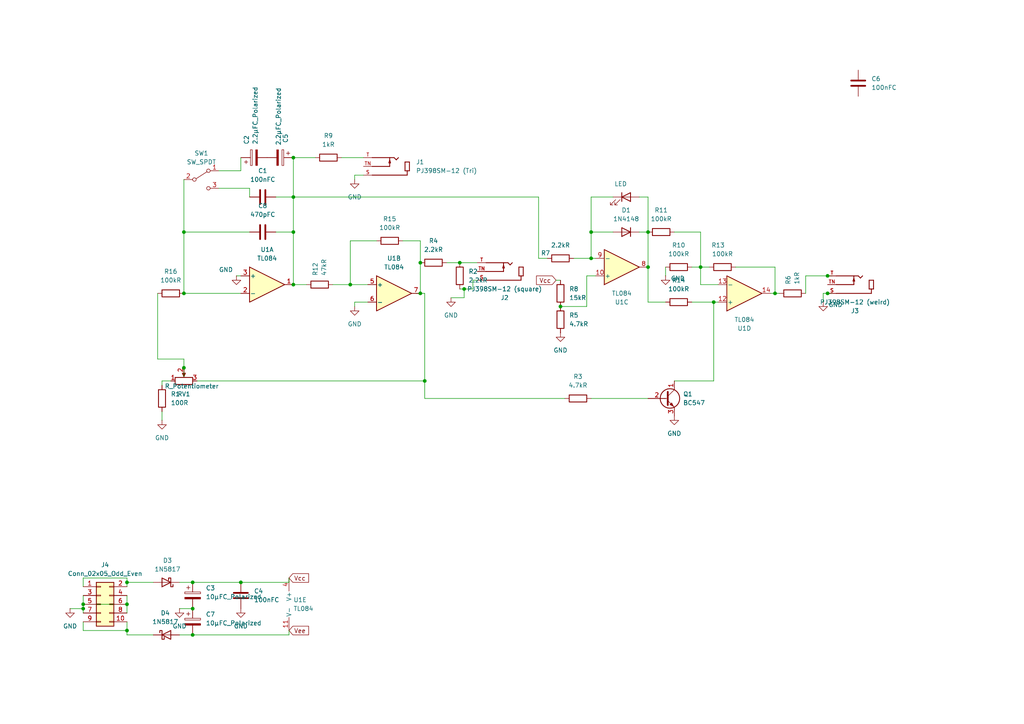
<source format=kicad_sch>
(kicad_sch (version 20250114) (generator "eeschema") (generator_version "9.0")
  (paper "A4")
  (lib_symbols
    (symbol "Amplifier_Operational:TL084" (pin_names (offset 0.127))
      (property "Reference" "U" (at 0 5.08 0))
      (property "Value" "TL084" (at 0 -5.08 0))
      (symbol "TL084_1_1"
        (polyline (pts (xy -5.08 5.08) (xy 5.08 0) (xy -5.08 -5.08) (xy -5.08 5.08)) (stroke (width 0.254)) (fill (type background)))
        (pin input line (at -7.62 2.54 0) (length 2.54) (name "+") (number "3"))
        (pin input line (at -7.62 -2.54 0) (length 2.54) (name "-") (number "2"))
        (pin output line (at 7.62 0 180) (length 2.54) (name "~") (number "1"))
      )
      (symbol "TL084_2_1"
        (polyline (pts (xy -5.08 5.08) (xy 5.08 0) (xy -5.08 -5.08) (xy -5.08 5.08)) (stroke (width 0.254)) (fill (type background)))
        (pin input line (at -7.62 2.54 0) (length 2.54) (name "+") (number "5"))
        (pin input line (at -7.62 -2.54 0) (length 2.54) (name "-") (number "6"))
        (pin output line (at 7.62 0 180) (length 2.54) (name "~") (number "7"))
      )
      (symbol "TL084_3_1"
        (polyline (pts (xy -5.08 5.08) (xy 5.08 0) (xy -5.08 -5.08) (xy -5.08 5.08)) (stroke (width 0.254)) (fill (type background)))
        (pin input line (at -7.62 2.54 0) (length 2.54) (name "+") (number "10"))
        (pin input line (at -7.62 -2.54 0) (length 2.54) (name "-") (number "9"))
        (pin output line (at 7.62 0 180) (length 2.54) (name "~") (number "8"))
      )
      (symbol "TL084_4_1"
        (polyline (pts (xy -5.08 5.08) (xy 5.08 0) (xy -5.08 -5.08) (xy -5.08 5.08)) (stroke (width 0.254)) (fill (type background)))
        (pin input line (at -7.62 2.54 0) (length 2.54) (name "+") (number "12"))
        (pin input line (at -7.62 -2.54 0) (length 2.54) (name "-") (number "13"))
        (pin output line (at 7.62 0 180) (length 2.54) (name "~") (number "14"))
      )
      (symbol "TL084_5_1"
        (pin power_in line (at -2.54 7.62 270) (length 3.81) (name "V+") (number "4"))
        (pin power_in line (at -2.54 -7.62 90) (length 3.81) (name "V-") (number "11"))
      )
    )
    (symbol "Connector_Generic:Conn_02x05_Odd_Even" (pin_names (offset 1.016) (hide yes))
      (property "Reference" "J" (at 1.27 7.62 0))
      (property "Value" "Conn_02x05_Odd_Even" (at 1.27 -7.62 0))
      (symbol "Conn_02x05_Odd_Even_1_1"
        (rectangle (start -1.27 6.35) (end 3.81 -6.35) (stroke (width 0.254)) (fill (type background)))
        (rectangle (start -1.27 5.207) (end 0 4.953) (stroke (width 0.1524)))
        (rectangle (start -1.27 2.667) (end 0 2.413) (stroke (width 0.1524)))
        (rectangle (start -1.27 0.127) (end 0 -0.127) (stroke (width 0.1524)))
        (rectangle (start -1.27 -2.413) (end 0 -2.667) (stroke (width 0.1524)))
        (rectangle (start -1.27 -4.953) (end 0 -5.207) (stroke (width 0.1524)))
        (rectangle (start 3.81 5.207) (end 2.54 4.953) (stroke (width 0.1524)))
        (rectangle (start 3.81 2.667) (end 2.54 2.413) (stroke (width 0.1524)))
        (rectangle (start 3.81 0.127) (end 2.54 -0.127) (stroke (width 0.1524)))
        (rectangle (start 3.81 -2.413) (end 2.54 -2.667) (stroke (width 0.1524)))
        (rectangle (start 3.81 -4.953) (end 2.54 -5.207) (stroke (width 0.1524)))
        (pin passive line (at -5.08 5.08 0) (length 3.81) (name "Pin_1") (number "1"))
        (pin passive line (at -5.08 2.54 0) (length 3.81) (name "Pin_3") (number "3"))
        (pin passive line (at -5.08 0 0) (length 3.81) (name "Pin_5") (number "5"))
        (pin passive line (at -5.08 -2.54 0) (length 3.81) (name "Pin_7") (number "7"))
        (pin passive line (at -5.08 -5.08 0) (length 3.81) (name "Pin_9") (number "9"))
        (pin passive line (at 7.62 5.08 180) (length 3.81) (name "Pin_2") (number "2"))
        (pin passive line (at 7.62 2.54 180) (length 3.81) (name "Pin_4") (number "4"))
        (pin passive line (at 7.62 0 180) (length 3.81) (name "Pin_6") (number "6"))
        (pin passive line (at 7.62 -2.54 180) (length 3.81) (name "Pin_8") (number "8"))
        (pin passive line (at 7.62 -5.08 180) (length 3.81) (name "Pin_10") (number "10"))
      )
    )
    (symbol "Device:C" (pin_numbers (hide yes)) (pin_names (offset 0.254))
      (property "Reference" "C" (at 0.635 2.54 0))
      (property "Value" "C" (at 0.635 -2.54 0))
      (symbol "C_0_1"
        (polyline (pts (xy -2.032 0.762) (xy 2.032 0.762)) (stroke (width 0.508)))
        (polyline (pts (xy -2.032 -0.762) (xy 2.032 -0.762)) (stroke (width 0.508)))
      )
      (symbol "C_1_1"
        (pin passive line (at 0 3.81 270) (length 2.794) (name "~") (number "1"))
        (pin passive line (at 0 -3.81 90) (length 2.794) (name "~") (number "2"))
      )
    )
    (symbol "Device:C_Polarized" (pin_numbers (hide yes)) (pin_names (offset 0.254))
      (property "Reference" "C" (at 0.635 2.54 0))
      (property "Value" "C_Polarized" (at 0.635 -2.54 0))
      (symbol "C_Polarized_0_1"
        (rectangle (start -2.286 0.508) (end 2.286 1.016))
        (polyline (pts (xy -1.778 2.286) (xy -0.762 2.286)))
        (polyline (pts (xy -1.27 2.794) (xy -1.27 1.778)))
        (rectangle (start 2.286 -0.508) (end -2.286 -1.016) (fill (type outline)))
      )
      (symbol "C_Polarized_1_1"
        (pin passive line (at 0 3.81 270) (length 2.794) (name "~") (number "1"))
        (pin passive line (at 0 -3.81 90) (length 2.794) (name "~") (number "2"))
      )
    )
    (symbol "Device:LED" (pin_numbers (hide yes)) (pin_names (offset 1.016) (hide yes))
      (property "Reference" "D" (at 0 2.54 0))
      (property "Value" "LED" (at 0 -2.54 0))
      (symbol "LED_0_1"
        (polyline (pts (xy -3.048 -0.762) (xy -4.572 -2.286) (xy -3.81 -2.286) (xy -4.572 -2.286) (xy -4.572 -1.524)))
        (polyline (pts (xy -1.778 -0.762) (xy -3.302 -2.286) (xy -2.54 -2.286) (xy -3.302 -2.286) (xy -3.302 -1.524)))
        (polyline (pts (xy -1.27 0) (xy 1.27 0)))
        (polyline (pts (xy -1.27 -1.27) (xy -1.27 1.27)) (stroke (width 0.254)))
        (polyline (pts (xy 1.27 -1.27) (xy 1.27 1.27) (xy -1.27 0) (xy 1.27 -1.27)) (stroke (width 0.254)))
      )
      (symbol "LED_1_1"
        (pin passive line (at -3.81 0 0) (length 2.54) (name "K") (number "1"))
        (pin passive line (at 3.81 0 180) (length 2.54) (name "A") (number "2"))
      )
    )
    (symbol "Device:R" (pin_numbers (hide yes)) (pin_names (offset 0))
      (property "Reference" "R" (at 2.032 0 90))
      (property "Value" "R" (at 0 0 90))
      (symbol "R_0_1"
        (rectangle (start -1.016 -2.54) (end 1.016 2.54) (stroke (width 0.254)))
      )
      (symbol "R_1_1"
        (pin passive line (at 0 3.81 270) (length 1.27) (name "~") (number "1"))
        (pin passive line (at 0 -3.81 90) (length 1.27) (name "~") (number "2"))
      )
    )
    (symbol "Device:R_Potentiometer" (pin_names (offset 1.016) (hide yes))
      (property "Reference" "RV" (at -4.445 0 90))
      (property "Value" "R_Potentiometer" (at -2.54 0 90))
      (symbol "R_Potentiometer_0_1"
        (rectangle (start 1.016 2.54) (end -1.016 -2.54) (stroke (width 0.254)))
        (polyline (pts (xy 1.143 0) (xy 2.286 0.508) (xy 2.286 -0.508) (xy 1.143 0)) (fill (type outline)))
        (polyline (pts (xy 2.54 0) (xy 1.524 0)))
      )
      (symbol "R_Potentiometer_1_1"
        (pin passive line (at 0 3.81 270) (length 1.27) (name "1") (number "1"))
        (pin passive line (at 0 -3.81 90) (length 1.27) (name "3") (number "3"))
        (pin passive line (at 3.81 0 180) (length 1.27) (name "2") (number "2"))
      )
    )
    (symbol "Diode:1N4148" (pin_numbers (hide yes)) (pin_names (hide yes))
      (property "Reference" "D" (at 0 2.54 0))
      (property "Value" "1N4148" (at 0 -2.54 0))
      (symbol "1N4148_0_1"
        (polyline (pts (xy -1.27 1.27) (xy -1.27 -1.27)) (stroke (width 0.254)))
        (polyline (pts (xy 1.27 1.27) (xy 1.27 -1.27) (xy -1.27 0) (xy 1.27 1.27)) (stroke (width 0.254)))
        (polyline (pts (xy 1.27 0) (xy -1.27 0)))
      )
      (symbol "1N4148_1_1"
        (pin passive line (at -3.81 0 0) (length 2.54) (name "K") (number "1"))
        (pin passive line (at 3.81 0 180) (length 2.54) (name "A") (number "2"))
      )
    )
    (symbol "Diode:1N5817" (pin_numbers (hide yes)) (pin_names (offset 1.016) (hide yes))
      (property "Reference" "D" (at 0 2.54 0))
      (property "Value" "1N5817" (at 0 -2.54 0))
      (symbol "1N5817_0_1"
        (polyline (pts (xy -1.905 0.635) (xy -1.905 1.27) (xy -1.27 1.27) (xy -1.27 -1.27) (xy -0.635 -1.27) (xy -0.635 -0.635)) (stroke (width 0.254)))
        (polyline (pts (xy 1.27 1.27) (xy 1.27 -1.27) (xy -1.27 0) (xy 1.27 1.27)) (stroke (width 0.254)))
        (polyline (pts (xy 1.27 0) (xy -1.27 0)))
      )
      (symbol "1N5817_1_1"
        (pin passive line (at -3.81 0 0) (length 2.54) (name "K") (number "1"))
        (pin passive line (at 3.81 0 180) (length 2.54) (name "A") (number "2"))
      )
    )
    (symbol "PJ398SM-12_1" (pin_names (offset 1.016) (hide yes))
      (property "Reference" "J1" (at -7.62 -3.8101 0))
      (property "Value" "PJ398SM-12 (Tri)" (at -7.62 -1.2701 0))
      (symbol "PJ398SM-12_1_0_0"
        (polyline (pts (xy -5.715 -1.27) (xy -5.08 -1.27)) (stroke (width 0.254)))
        (polyline (pts (xy -5.715 -3.81) (xy -5.715 -1.27)) (stroke (width 0.254)))
        (polyline (pts (xy -5.08 0) (xy -5.08 -1.27)) (stroke (width 0.254)))
        (polyline (pts (xy -5.08 -1.27) (xy -4.445 -1.27)) (stroke (width 0.254)))
        (polyline (pts (xy -4.445 -1.27) (xy -4.445 -3.81)) (stroke (width 0.254)))
        (polyline (pts (xy -4.445 -3.81) (xy -5.715 -3.81)) (stroke (width 0.254)))
        (polyline (pts (xy -1.905 -4.445) (xy -2.54 -5.08)) (stroke (width 0.254)))
        (polyline (pts (xy -1.27 -5.08) (xy -1.905 -4.445)) (stroke (width 0.254)))
        (polyline (pts (xy 0 -2.54) (xy 0 -5.08)) (stroke (width 0.254)))
        (polyline (pts (xy 0 -2.54) (xy 5.08 -2.54)) (stroke (width 0.254)))
        (polyline (pts (xy 0 -4.318) (xy 0.254 -3.556) (xy -0.254 -3.556) (xy 0 -4.318)) (stroke (width 0.254)) (fill (type background)))
        (polyline (pts (xy 5.08 0) (xy -5.08 0)) (stroke (width 0.254)))
        (polyline (pts (xy 5.08 -5.08) (xy -1.27 -5.08)) (stroke (width 0.254)))
      )
      (symbol "PJ398SM-12_1_1_0"
        (pin passive line (at 7.62 0 180) (length 2.54) (name "~") (number "S"))
        (pin passive line (at 7.62 -2.54 180) (length 2.54) (name "~") (number "TN"))
        (pin passive line (at 7.62 -5.08 180) (length 2.54) (name "~") (number "T"))
      )
    )
    (symbol "PJ398SM-12_2" (pin_names (offset 1.016) (hide yes))
      (property "Reference" "J3" (at -0.3175 5.08 0))
      (property "Value" "PJ398SM-12 (weird)" (at -0.3175 2.54 0))
      (symbol "PJ398SM-12_2_0_0"
        (polyline (pts (xy -5.715 -1.27) (xy -5.08 -1.27)) (stroke (width 0.254)))
        (polyline (pts (xy -5.715 -3.81) (xy -5.715 -1.27)) (stroke (width 0.254)))
        (polyline (pts (xy -5.08 0) (xy -5.08 -1.27)) (stroke (width 0.254)))
        (polyline (pts (xy -5.08 -1.27) (xy -4.445 -1.27)) (stroke (width 0.254)))
        (polyline (pts (xy -4.445 -1.27) (xy -4.445 -3.81)) (stroke (width 0.254)))
        (polyline (pts (xy -4.445 -3.81) (xy -5.715 -3.81)) (stroke (width 0.254)))
        (polyline (pts (xy -1.905 -4.445) (xy -2.54 -5.08)) (stroke (width 0.254)))
        (polyline (pts (xy -1.27 -5.08) (xy -1.905 -4.445)) (stroke (width 0.254)))
        (polyline (pts (xy 0 -2.54) (xy 0 -5.08)) (stroke (width 0.254)))
        (polyline (pts (xy 0 -2.54) (xy 5.08 -2.54)) (stroke (width 0.254)))
        (polyline (pts (xy 0 -4.318) (xy 0.254 -3.556) (xy -0.254 -3.556) (xy 0 -4.318)) (stroke (width 0.254)) (fill (type background)))
        (polyline (pts (xy 5.08 0) (xy -5.08 0)) (stroke (width 0.254)))
        (polyline (pts (xy 5.08 -5.08) (xy -1.27 -5.08)) (stroke (width 0.254)))
      )
      (symbol "PJ398SM-12_2_1_0"
        (pin passive line (at 7.62 0 180) (length 2.54) (name "~") (number "S"))
        (pin passive line (at 7.62 -2.54 180) (length 2.54) (name "~") (number "TN"))
        (pin passive line (at 7.62 -5.08 180) (length 2.54) (name "~") (number "T"))
      )
    )
    (symbol "PJ398SM-12_3" (pin_names (offset 1.016) (hide yes))
      (property "Reference" "J2" (at -0.3175 5.08 0))
      (property "Value" "PJ398SM-12 (square)" (at -0.3175 2.54 0))
      (symbol "PJ398SM-12_3_0_0"
        (polyline (pts (xy -5.715 -1.27) (xy -5.08 -1.27)) (stroke (width 0.254)))
        (polyline (pts (xy -5.715 -3.81) (xy -5.715 -1.27)) (stroke (width 0.254)))
        (polyline (pts (xy -5.08 0) (xy -5.08 -1.27)) (stroke (width 0.254)))
        (polyline (pts (xy -5.08 -1.27) (xy -4.445 -1.27)) (stroke (width 0.254)))
        (polyline (pts (xy -4.445 -1.27) (xy -4.445 -3.81)) (stroke (width 0.254)))
        (polyline (pts (xy -4.445 -3.81) (xy -5.715 -3.81)) (stroke (width 0.254)))
        (polyline (pts (xy -1.905 -4.445) (xy -2.54 -5.08)) (stroke (width 0.254)))
        (polyline (pts (xy -1.27 -5.08) (xy -1.905 -4.445)) (stroke (width 0.254)))
        (polyline (pts (xy 0 -2.54) (xy 0 -5.08)) (stroke (width 0.254)))
        (polyline (pts (xy 0 -2.54) (xy 5.08 -2.54)) (stroke (width 0.254)))
        (polyline (pts (xy 0 -4.318) (xy 0.254 -3.556) (xy -0.254 -3.556) (xy 0 -4.318)) (stroke (width 0.254)) (fill (type background)))
        (polyline (pts (xy 5.08 0) (xy -5.08 0)) (stroke (width 0.254)))
        (polyline (pts (xy 5.08 -5.08) (xy -1.27 -5.08)) (stroke (width 0.254)))
      )
      (symbol "PJ398SM-12_3_1_0"
        (pin passive line (at 7.62 0 180) (length 2.54) (name "~") (number "S"))
        (pin passive line (at 7.62 -2.54 180) (length 2.54) (name "~") (number "TN"))
        (pin passive line (at 7.62 -5.08 180) (length 2.54) (name "~") (number "T"))
      )
    )
    (symbol "Switch:SW_SPDT" (pin_names (offset 0) (hide yes))
      (property "Reference" "SW" (at 0 4.318 0))
      (property "Value" "SW_SPDT" (at 0 -5.08 0))
      (symbol "SW_SPDT_0_0"
        (circle (center -2.032 0) (radius 0.508))
        (circle (center 2.032 -2.54) (radius 0.508))
      )
      (symbol "SW_SPDT_0_1"
        (polyline (pts (xy -1.524 0.254) (xy 1.651 2.286)))
        (circle (center 2.032 2.54) (radius 0.508))
      )
      (symbol "SW_SPDT_1_1"
        (pin passive line (at -5.08 0 0) (length 2.54) (name "B") (number "2"))
        (pin passive line (at 5.08 2.54 180) (length 2.54) (name "A") (number "1"))
        (pin passive line (at 5.08 -2.54 180) (length 2.54) (name "C") (number "3"))
      )
    )
    (symbol "Transistor_BJT:BC547" (pin_names (offset 0) (hide yes))
      (property "Reference" "Q" (at 5.08 1.905 0))
      (property "Value" "BC547" (at 5.08 0 0))
      (symbol "BC547_0_1"
        (polyline (pts (xy 0 0) (xy 0.635 0)))
        (polyline (pts (xy 0.635 1.905) (xy 0.635 -1.905) (xy 0.635 -1.905)) (stroke (width 0.508)))
        (polyline (pts (xy 0.635 0.635) (xy 2.54 2.54)))
        (polyline (pts (xy 0.635 -0.635) (xy 2.54 -2.54) (xy 2.54 -2.54)))
        (circle (center 1.27 0) (radius 2.8194) (stroke (width 0.254)))
        (polyline (pts (xy 1.27 -1.778) (xy 1.778 -1.27) (xy 2.286 -2.286) (xy 1.27 -1.778) (xy 1.27 -1.778)) (fill (type outline)))
      )
      (symbol "BC547_1_1"
        (pin input line (at -5.08 0 0) (length 5.08) (name "B") (number "2"))
        (pin passive line (at 2.54 5.08 270) (length 2.54) (name "C") (number "1"))
        (pin passive line (at 2.54 -5.08 90) (length 2.54) (name "E") (number "3"))
      )
    )
    (symbol "power:GND" (power) (pin_numbers (hide yes)) (pin_names (offset 0) (hide yes))
      (property "Value" "GND" (at 0 -3.81 0))
      (symbol "GND_0_1"
        (polyline (pts (xy 0 0) (xy 0 -1.27) (xy 1.27 -1.27) (xy 0 -2.54) (xy -1.27 -1.27) (xy 0 -1.27)))
      )
      (symbol "GND_1_1"
        (pin power_in line (at 0 0 270) (length 0) (name "~") (number "1"))
      )
    )
  )
  (junction (at 55.88 176.53))
  (junction (at 36.83 168.91))
  (junction (at 240.03 85.09))
  (junction (at 224.79 85.09))
  (junction (at 187.96 77.47))
  (junction (at 121.92 76.2))
  (junction (at 162.56 88.9))
  (junction (at 133.35 76.2))
  (junction (at 85.09 82.55))
  (junction (at 134.62 83.82))
  (junction (at 85.09 45.72))
  (junction (at 36.83 182.88))
  (junction (at 85.09 67.31))
  (junction (at 240.03 80.01))
  (junction (at 121.92 85.09))
  (junction (at 36.83 175.26))
  (junction (at 53.34 85.09))
  (junction (at 55.88 184.15))
  (junction (at 24.13 176.53))
  (junction (at 53.34 67.31))
  (junction (at 85.09 57.15))
  (junction (at 187.96 67.31))
  (junction (at 171.45 74.93))
  (junction (at 171.45 67.31))
  (junction (at 69.85 168.91))
  (junction (at 123.19 110.49))
  (junction (at 53.34 106.68))
  (junction (at 55.88 168.91))
  (junction (at 101.6 82.55))
  (junction (at 24.13 175.26))
  (junction (at 203.2 77.47))
  (junction (at 207.01 87.63))
  (wire (pts (xy 207.01 87.63) (xy 208.28 87.63)))
  (wire (pts (xy 55.88 184.15) (xy 83.82 184.15)))
  (wire (pts (xy 72.39 57.15) (xy 72.39 54.61)))
  (wire (pts (xy 36.83 172.72) (xy 36.83 175.26)))
  (wire (pts (xy 85.09 67.31) (xy 80.01 67.31)))
  (wire (pts (xy 123.19 85.09) (xy 121.92 85.09)))
  (wire (pts (xy 83.82 168.91) (xy 83.82 167.64)))
  (wire (pts (xy 241.3 85.09) (xy 240.03 85.09)))
  (wire (pts (xy 170.18 80.01) (xy 172.72 80.01)))
  (wire (pts (xy 69.85 49.53) (xy 63.5 49.53)))
  (wire (pts (xy 46.99 119.38) (xy 46.99 121.92)))
  (wire (pts (xy 123.19 85.09) (xy 123.19 110.49)))
  (wire (pts (xy 85.09 45.72) (xy 91.44 45.72)))
  (wire (pts (xy 240.03 85.09) (xy 238.76 85.09)))
  (wire (pts (xy 96.52 82.55) (xy 101.6 82.55)))
  (wire (pts (xy 123.19 115.57) (xy 123.19 110.49)))
  (wire (pts (xy 163.83 115.57) (xy 123.19 115.57)))
  (wire (pts (xy 133.35 83.82) (xy 134.62 83.82)))
  (wire (pts (xy 80.01 57.15) (xy 85.09 57.15)))
  (wire (pts (xy 53.34 67.31) (xy 53.34 52.07)))
  (wire (pts (xy 69.85 168.91) (xy 83.82 168.91)))
  (wire (pts (xy 238.76 85.09) (xy 238.76 87.63)))
  (wire (pts (xy 24.13 180.34) (xy 24.13 182.88)))
  (wire (pts (xy 36.83 182.88) (xy 36.83 184.15)))
  (wire (pts (xy 170.18 88.9) (xy 170.18 80.01)))
  (wire (pts (xy 24.13 172.72) (xy 24.13 175.26)))
  (wire (pts (xy 121.92 69.85) (xy 121.92 76.2)))
  (wire (pts (xy 46.99 110.49) (xy 49.53 110.49)))
  (wire (pts (xy 134.62 86.36) (xy 134.62 83.82)))
  (wire (pts (xy 224.79 85.09) (xy 226.06 85.09)))
  (wire (pts (xy 102.87 88.9) (xy 102.87 87.63)))
  (wire (pts (xy 240.03 80.01) (xy 241.3 80.01)))
  (wire (pts (xy 85.09 57.15) (xy 85.09 67.31)))
  (wire (pts (xy 102.87 52.07) (xy 102.87 50.8)))
  (wire (pts (xy 44.45 168.91) (xy 36.83 168.91)))
  (wire (pts (xy 203.2 77.47) (xy 203.2 82.55)))
  (wire (pts (xy 24.13 175.26) (xy 36.83 175.26)))
  (wire (pts (xy 63.5 54.61) (xy 72.39 54.61)))
  (wire (pts (xy 203.2 77.47) (xy 205.74 77.47)))
  (wire (pts (xy 177.8 67.31) (xy 171.45 67.31)))
  (wire (pts (xy 121.92 85.09) (xy 120.65 85.09)))
  (wire (pts (xy 233.68 85.09) (xy 233.68 80.01)))
  (wire (pts (xy 46.99 111.76) (xy 46.99 110.49)))
  (wire (pts (xy 20.32 176.53) (xy 24.13 176.53)))
  (wire (pts (xy 137.16 81.28) (xy 138.43 81.28)))
  (wire (pts (xy 185.42 67.31) (xy 187.96 67.31)))
  (wire (pts (xy 203.2 67.31) (xy 203.2 77.47)))
  (wire (pts (xy 224.79 85.09) (xy 223.52 85.09)))
  (wire (pts (xy 36.83 184.15) (xy 44.45 184.15)))
  (wire (pts (xy 171.45 74.93) (xy 172.72 74.93)))
  (wire (pts (xy 36.83 182.88) (xy 36.83 180.34)))
  (wire (pts (xy 45.72 85.09) (xy 45.72 104.14)))
  (wire (pts (xy 36.83 168.91) (xy 36.83 170.18)))
  (wire (pts (xy 36.83 167.64) (xy 36.83 168.91)))
  (wire (pts (xy 193.04 77.47) (xy 193.04 80.01)))
  (wire (pts (xy 72.39 67.31) (xy 53.34 67.31)))
  (wire (pts (xy 185.42 57.15) (xy 187.96 57.15)))
  (wire (pts (xy 156.21 74.93) (xy 158.75 74.93)))
  (wire (pts (xy 52.07 168.91) (xy 55.88 168.91)))
  (wire (pts (xy 130.81 86.36) (xy 134.62 86.36)))
  (wire (pts (xy 116.84 69.85) (xy 121.92 69.85)))
  (wire (pts (xy 171.45 57.15) (xy 177.8 57.15)))
  (wire (pts (xy 85.09 45.72) (xy 85.09 57.15)))
  (wire (pts (xy 121.92 76.2) (xy 121.92 85.09)))
  (wire (pts (xy 161.29 81.28) (xy 162.56 81.28)))
  (wire (pts (xy 85.09 82.55) (xy 88.9 82.55)))
  (wire (pts (xy 99.06 45.72) (xy 105.41 45.72)))
  (wire (pts (xy 134.62 83.82) (xy 137.16 83.82)))
  (wire (pts (xy 187.96 77.47) (xy 187.96 87.63)))
  (wire (pts (xy 166.37 74.93) (xy 171.45 74.93)))
  (wire (pts (xy 85.09 57.15) (xy 156.21 57.15)))
  (wire (pts (xy 203.2 77.47) (xy 200.66 77.47)))
  (wire (pts (xy 52.07 176.53) (xy 55.88 176.53)))
  (wire (pts (xy 195.58 67.31) (xy 203.2 67.31)))
  (wire (pts (xy 53.34 109.22) (xy 53.34 106.68)))
  (wire (pts (xy 133.35 76.2) (xy 129.54 76.2)))
  (wire (pts (xy 53.34 85.09) (xy 69.85 85.09)))
  (wire (pts (xy 24.13 182.88) (xy 36.83 182.88)))
  (wire (pts (xy 187.96 57.15) (xy 187.96 67.31)))
  (wire (pts (xy 53.34 67.31) (xy 53.34 85.09)))
  (wire (pts (xy 207.01 87.63) (xy 207.01 110.49)))
  (wire (pts (xy 85.09 67.31) (xy 85.09 82.55)))
  (wire (pts (xy 24.13 167.64) (xy 36.83 167.64)))
  (wire (pts (xy 171.45 115.57) (xy 187.96 115.57)))
  (wire (pts (xy 171.45 57.15) (xy 171.45 67.31)))
  (wire (pts (xy 52.07 184.15) (xy 55.88 184.15)))
  (wire (pts (xy 83.82 184.15) (xy 83.82 182.88)))
  (wire (pts (xy 24.13 170.18) (xy 24.13 167.64)))
  (wire (pts (xy 195.58 110.49) (xy 207.01 110.49)))
  (wire (pts (xy 57.15 110.49) (xy 123.19 110.49)))
  (wire (pts (xy 101.6 69.85) (xy 101.6 82.55)))
  (wire (pts (xy 24.13 175.26) (xy 24.13 176.53)))
  (wire (pts (xy 213.36 77.47) (xy 224.79 77.47)))
  (wire (pts (xy 156.21 57.15) (xy 156.21 74.93)))
  (wire (pts (xy 203.2 82.55) (xy 208.28 82.55)))
  (wire (pts (xy 224.79 77.47) (xy 224.79 85.09)))
  (wire (pts (xy 187.96 67.31) (xy 187.96 77.47)))
  (wire (pts (xy 69.85 45.72) (xy 69.85 49.53)))
  (wire (pts (xy 138.43 76.2) (xy 133.35 76.2)))
  (wire (pts (xy 171.45 67.31) (xy 171.45 74.93)))
  (wire (pts (xy 36.83 175.26) (xy 36.83 177.8)))
  (wire (pts (xy 102.87 50.8) (xy 105.41 50.8)))
  (wire (pts (xy 137.16 81.28) (xy 137.16 83.82)))
  (wire (pts (xy 162.56 88.9) (xy 170.18 88.9)))
  (wire (pts (xy 102.87 87.63) (xy 106.68 87.63)))
  (wire (pts (xy 101.6 69.85) (xy 109.22 69.85)))
  (wire (pts (xy 200.66 87.63) (xy 207.01 87.63)))
  (wire (pts (xy 24.13 176.53) (xy 24.13 177.8)))
  (wire (pts (xy 55.88 168.91) (xy 69.85 168.91)))
  (wire (pts (xy 233.68 80.01) (xy 240.03 80.01)))
  (wire (pts (xy 53.34 104.14) (xy 53.34 106.68)))
  (wire (pts (xy 101.6 82.55) (xy 106.68 82.55)))
  (wire (pts (xy 68.58 80.01) (xy 69.85 80.01)))
  (wire (pts (xy 187.96 87.63) (xy 193.04 87.63)))
  (wire (pts (xy 53.34 104.14) (xy 45.72 104.14)))
  (global_label "Vee" (shape input) (at 83.82 182.88 0) (property "Intersheetrefs" "${INTERSHEET_REFS}" (effects (hide yes))))
  (global_label "Vcc" (shape input) (at 161.29 81.28 180) (property "Intersheetrefs" "${INTERSHEET_REFS}" (effects (hide yes))))
  (global_label "Vcc" (shape input) (at 83.82 167.64 0) (property "Intersheetrefs" "${INTERSHEET_REFS}" (effects (hide yes))))
  (symbol (lib_id "Device:R") (at 162.56 74.93 90) (unit 1)
    (property "Reference" "R7" (at 158.242 73.406 90))
    (property "Value" "2.2kR" (at 162.56 71.12 90))
    (property "Footprint" "Resistor_THT:R_Axial_DIN0204_L3.6mm_D1.6mm_P5.08mm_Horizontal" (effects (hide yes)))
  )
  (symbol (lib_id "Connector_Generic:Conn_02x05_Odd_Even") (at 29.21 175.26 0) (unit 1)
    (property "Reference" "J4" (at 30.48 163.83 0))
    (property "Value" "Conn_02x05_Odd_Even" (at 30.48 166.37 0))
    (property "Footprint" "Connector_PinSocket_2.54mm:PinSocket_2x05_P2.54mm_Vertical" (effects (hide yes)))
    (property "Description" "Generic connector, double row, 02x05, odd/even pin numbering scheme (row 1 odd numbers, row 2 even numbers), script generated (kicad-library-utils/schlib/autogen/connector/)" (effects (hide yes)))
  )
  (symbol (lib_id "Device:R") (at 95.25 45.72 90) (unit 1)
    (property "Reference" "R9" (at 95.25 39.37 90))
    (property "Value" "1kR" (at 95.25 41.91 90))
    (property "Footprint" "Resistor_THT:R_Axial_DIN0204_L3.6mm_D1.6mm_P5.08mm_Horizontal" (effects (hide yes)))
  )
  (symbol (lib_id "power:GND") (at 195.58 120.65 0) (unit 1)
    (property "Reference" "#PWR04" (effects (hide yes)))
    (property "Value" "GND" (at 195.58 125.73 0))
    (property "Description" "Power symbol creates a global label with name \"GND\" , ground" (effects (hide yes)))
  )
  (symbol (lib_id "power:GND") (at 69.85 176.53 0) (unit 1)
    (property "Reference" "#PWR012" (effects (hide yes)))
    (property "Value" "GND" (at 69.85 181.61 0))
    (property "Description" "Power symbol creates a global label with name \"GND\" , ground" (effects (hide yes)))
  )
  (symbol (lib_id "power:GND") (at 193.04 80.01 0) (unit 1)
    (property "Reference" "#PWR011" (effects (hide yes)))
    (property "Value" "GND" (at 196.596 80.772 0))
    (property "Description" "Power symbol creates a global label with name \"GND\" , ground" (effects (hide yes)))
  )
  (symbol (lib_id "Device:C_Polarized") (at 81.28 45.72 270) (unit 1)
    (property "Reference" "C5" (at 82.804 40.132 0))
    (property "Value" "2.2µFC_Polarized" (at 80.772 33.782 0))
    (property "Footprint" "Capacitor_THT:CP_Radial_D5.0mm_P2.00mm" (effects (hide yes)))
  )
  (symbol (lib_id "Device:C") (at 69.85 172.72 0) (unit 1)
    (property "Reference" "C4" (at 73.66 171.4499 0) (effects (justify left)))
    (property "Value" "100nFC" (at 73.66 173.9899 0) (effects (justify left)))
    (property "Footprint" "Capacitor_THT:C_Disc_D4.7mm_W2.5mm_P5.00mm" (effects (hide yes)))
  )
  (symbol (lib_id "Amplifier_Operational:TL084") (at 114.3 85.09 0) (unit 2)
    (property "Reference" "U1" (at 114.3 74.93 0))
    (property "Value" "TL084" (at 114.3 77.47 0))
    (property "Footprint" "Package_DIP:DIP-14_W7.62mm_Socket_LongPads" (effects (hide yes)))
    (property "Datasheet" "http://www.ti.com/lit/ds/symlink/tl081.pdf" (effects (hide yes)))
  )
  (symbol (lib_id "Device:C_Polarized") (at 73.66 45.72 90) (unit 1)
    (property "Reference" "C2" (at 71.5009 41.91 0) (effects (justify left)))
    (property "Value" "2.2µFC_Polarized" (at 74.0409 41.91 0) (effects (justify left)))
    (property "Footprint" "Capacitor_THT:CP_Radial_D5.0mm_P2.00mm" (effects (hide yes)))
  )
  (symbol (lib_id "Device:C_Polarized") (at 55.88 172.72 0) (unit 1)
    (property "Reference" "C3" (at 59.69 170.5609 0) (effects (justify left)))
    (property "Value" "10µFC_Polarized" (at 59.69 173.1009 0) (effects (justify left)))
    (property "Footprint" "Capacitor_THT:CP_Radial_D5.0mm_P2.00mm" (effects (hide yes)))
  )
  (symbol (lib_id "power:GND") (at 20.32 176.53 0) (unit 1)
    (property "Reference" "#PWR07" (effects (hide yes)))
    (property "Value" "GND" (at 20.32 181.61 0))
    (property "Description" "Power symbol creates a global label with name \"GND\" , ground" (effects (hide yes)))
  )
  (symbol (lib_id "Device:C") (at 76.2 67.31 90) (unit 1)
    (property "Reference" "C8" (at 76.2 59.69 90))
    (property "Value" "470pFC" (at 76.2 62.23 90))
    (property "Footprint" "Capacitor_THT:C_Disc_D9.0mm_W2.5mm_P5.00mm" (effects (hide yes)))
  )
  (symbol (lib_id "Device:C") (at 76.2 57.15 90) (unit 1)
    (property "Reference" "C1" (at 76.2 49.53 90))
    (property "Value" "100nFC" (at 76.2 52.07 90))
    (property "Footprint" "Capacitor_THT:C_Disc_D4.7mm_W2.5mm_P5.00mm" (effects (hide yes)))
  )
  (symbol (lib_id "Diode:1N5817") (at 48.26 184.15 0) (unit 1)
    (property "Reference" "D4" (at 47.9425 177.8 0))
    (property "Value" "1N5817" (at 47.9425 180.34 0))
    (property "Footprint" "Diode_THT:D_DO-41_SOD81_P10.16mm_Horizontal" (effects (hide yes)))
    (property "Datasheet" "http://www.vishay.com/docs/88525/1n5817.pdf" (effects (hide yes)))
    (property "Description" "20V 1A Schottky Barrier Rectifier Diode, DO-41" (effects (hide yes)))
  )
  (symbol (lib_id "Device:C") (at 248.92 24.13 0) (unit 1)
    (property "Reference" "C6" (at 252.73 22.8599 0) (effects (justify left)))
    (property "Value" "100nFC" (at 252.73 25.3999 0) (effects (justify left)))
    (property "Footprint" "Capacitor_THT:C_Disc_D9.0mm_W2.5mm_P5.00mm" (effects (hide yes)))
  )
  (symbol (lib_id "Device:C_Polarized") (at 55.88 180.34 0) (unit 1)
    (property "Reference" "C7" (at 59.69 178.1809 0) (effects (justify left)))
    (property "Value" "10µFC_Polarized" (at 59.69 180.7209 0) (effects (justify left)))
    (property "Footprint" "Capacitor_THT:CP_Radial_D5.0mm_P2.00mm" (effects (hide yes)))
  )
  (symbol (lib_id "Amplifier_Operational:TL084") (at 77.47 82.55 0) (unit 1)
    (property "Reference" "U1" (at 77.47 72.39 0))
    (property "Value" "TL084" (at 77.47 74.93 0))
    (property "Footprint" "Package_DIP:DIP-14_W7.62mm_Socket_LongPads" (effects (hide yes)))
    (property "Datasheet" "http://www.ti.com/lit/ds/symlink/tl081.pdf" (effects (hide yes)))
  )
  (symbol (lib_id "Device:LED") (at 181.61 57.15 0) (unit 1)
    (property "Reference" "D2" (effects (hide yes)))
    (property "Value" "LED" (at 180.0225 53.34 0))
    (property "Footprint" "LED_THT:LED_D5.0mm" (effects (hide yes)))
  )
  (symbol (lib_id "Amplifier_Operational:TL084") (at 86.36 175.26 0) (unit 5)
    (property "Reference" "U1" (at 85.09 173.9899 0) (effects (justify left)))
    (property "Value" "TL084" (at 85.09 176.5299 0) (effects (justify left)))
    (property "Footprint" "Package_DIP:DIP-14_W7.62mm_Socket_LongPads" (effects (hide yes)))
    (property "Datasheet" "http://www.ti.com/lit/ds/symlink/tl081.pdf" (effects (hide yes)))
  )
  (symbol (lib_name "PJ398SM-12_2") (lib_id "PJ398SM-12:PJ398SM-12") (at 247.65 85.09 180) (unit 1)
    (property "Reference" "J3" (at 247.9675 90.17 0))
    (property "Value" "PJ398SM-12 (weird)" (at 247.9675 87.63 0))
    (property "Footprint" "Connector_Audio:Jack_3.5mm_QingPu_WQP-PJ398SM_Vertical_CircularHoles" (effects (hide yes)))
    (property "Description" "\\n3.5mm Switching Jack Socket\\n" (effects (hide yes)))
    (property "MF" "Thonk" (effects (hide yes)))
    (property "MAXIMUM_PACKAGE_HEIGHT" "14.5 mm" (effects (hide yes)))
    (property "Package" "Package" (effects (hide yes)))
    (property "Price" "None" (effects (hide yes)))
    (property "Check_prices" "https://www.snapeda.com/parts/PJ398SM-12/Thonk/view-part/?ref=eda" (effects (hide yes)))
    (property "STANDARD" "Manufacturer Recommendations" (effects (hide yes)))
    (property "PARTREV" "1" (effects (hide yes)))
    (property "SnapEDA_Link" "https://www.snapeda.com/parts/PJ398SM-12/Thonk/view-part/?ref=snap" (effects (hide yes)))
    (property "MP" "PJ398SM-12" (effects (hide yes)))
    (property "Availability" "Not in stock" (effects (hide yes)))
    (property "MANUFACTURER" "Thonk" (effects (hide yes)))
  )
  (symbol (lib_id "Diode:1N4148") (at 181.61 67.31 180) (unit 1)
    (property "Reference" "D1" (at 181.61 60.96 0))
    (property "Value" "1N4148" (at 181.61 63.5 0))
    (property "Footprint" "Diode_THT:D_DO-41_SOD81_P2.54mm_Vertical_AnodeUp" (effects (hide yes)))
    (property "Datasheet" "https://assets.nexperia.com/documents/data-sheet/1N4148_1N4448.pdf" (effects (hide yes)))
  )
  (symbol (lib_id "Amplifier_Operational:TL084") (at 215.9 85.09 0) (mirror x) (unit 4)
    (property "Reference" "U1" (at 215.9 95.25 0))
    (property "Value" "TL084" (at 215.9 92.71 0))
    (property "Footprint" "Package_DIP:DIP-14_W7.62mm_Socket_LongPads" (effects (hide yes)))
    (property "Datasheet" "http://www.ti.com/lit/ds/symlink/tl081.pdf" (effects (hide yes)))
  )
  (symbol (lib_id "power:GND") (at 130.81 86.36 0) (unit 1)
    (property "Reference" "#PWR03" (effects (hide yes)))
    (property "Value" "GND" (at 130.81 91.44 0))
    (property "Description" "Power symbol creates a global label with name \"GND\" , ground" (effects (hide yes)))
  )
  (symbol (lib_id "Device:R") (at 162.56 92.71 0) (unit 1)
    (property "Reference" "R5" (at 165.1 91.4399 0) (effects (justify left)))
    (property "Value" "4.7kR" (at 165.1 93.9799 0) (effects (justify left)))
    (property "Footprint" "Resistor_THT:R_Axial_DIN0204_L3.6mm_D1.6mm_P5.08mm_Horizontal" (effects (hide yes)))
  )
  (symbol (lib_id "power:GND") (at 46.99 121.92 0) (unit 1)
    (property "Reference" "#PWR02" (effects (hide yes)))
    (property "Value" "GND" (at 46.99 127 0))
    (property "Description" "Power symbol creates a global label with name \"GND\" , ground" (effects (hide yes)))
  )
  (symbol (lib_id "power:GND") (at 102.87 52.07 0) (unit 1)
    (property "Reference" "#PWR01" (effects (hide yes)))
    (property "Value" "GND" (at 102.87 57.15 0))
    (property "Description" "Power symbol creates a global label with name \"GND\" , ground" (effects (hide yes)))
  )
  (symbol (lib_id "Device:R") (at 196.85 77.47 270) (unit 1)
    (property "Reference" "R10" (at 196.85 71.12 90))
    (property "Value" "100kR" (at 196.85 73.66 90))
    (property "Footprint" "Resistor_THT:R_Axial_DIN0204_L3.6mm_D1.6mm_P5.08mm_Horizontal" (effects (hide yes)))
  )
  (symbol (lib_id "Device:R") (at 133.35 80.01 0) (unit 1)
    (property "Reference" "R2" (at 135.89 78.7399 0) (effects (justify left)))
    (property "Value" "2.2kR" (at 135.89 81.2799 0) (effects (justify left)))
    (property "Footprint" "Resistor_THT:R_Axial_DIN0204_L3.6mm_D1.6mm_P5.08mm_Horizontal" (effects (hide yes)))
  )
  (symbol (lib_id "Switch:SW_SPDT") (at 58.42 52.07 0) (unit 1)
    (property "Reference" "SW1" (at 58.42 44.45 0))
    (property "Value" "SW_SPDT" (at 58.42 46.99 0))
    (property "Footprint" "100SP1T1B4M2QE:SW_100SP1T1B4M2QE" (effects (hide yes)))
  )
  (symbol (lib_id "Device:R") (at 92.71 82.55 90) (unit 1)
    (property "Reference" "R12" (at 91.4399 80.01 0) (effects (justify left)))
    (property "Value" "47kR" (at 93.9799 80.01 0) (effects (justify left)))
    (property "Footprint" "Resistor_THT:R_Axial_DIN0204_L3.6mm_D1.6mm_P5.08mm_Horizontal" (effects (hide yes)))
  )
  (symbol (lib_name "PJ398SM-12_3") (lib_id "PJ398SM-12:PJ398SM-12") (at 146.05 81.28 180) (unit 1)
    (property "Reference" "J2" (at 146.3675 86.36 0))
    (property "Value" "PJ398SM-12 (square)" (at 146.3675 83.82 0))
    (property "Footprint" "Connector_Audio:Jack_3.5mm_QingPu_WQP-PJ398SM_Vertical_CircularHoles" (effects (hide yes)))
    (property "Description" "\\n3.5mm Switching Jack Socket\\n" (effects (hide yes)))
    (property "MF" "Thonk" (effects (hide yes)))
    (property "MAXIMUM_PACKAGE_HEIGHT" "14.5 mm" (effects (hide yes)))
    (property "Package" "Package" (effects (hide yes)))
    (property "Price" "None" (effects (hide yes)))
    (property "Check_prices" "https://www.snapeda.com/parts/PJ398SM-12/Thonk/view-part/?ref=eda" (effects (hide yes)))
    (property "STANDARD" "Manufacturer Recommendations" (effects (hide yes)))
    (property "PARTREV" "1" (effects (hide yes)))
    (property "SnapEDA_Link" "https://www.snapeda.com/parts/PJ398SM-12/Thonk/view-part/?ref=snap" (effects (hide yes)))
    (property "MP" "PJ398SM-12" (effects (hide yes)))
    (property "Availability" "Not in stock" (effects (hide yes)))
    (property "MANUFACTURER" "Thonk" (effects (hide yes)))
  )
  (symbol (lib_id "Device:R") (at 229.87 85.09 90) (unit 1)
    (property "Reference" "R6" (at 228.5999 82.55 0) (effects (justify left)))
    (property "Value" "1kR" (at 231.1399 82.55 0) (effects (justify left)))
    (property "Footprint" "Resistor_THT:R_Axial_DIN0204_L3.6mm_D1.6mm_P5.08mm_Horizontal" (effects (hide yes)))
  )
  (symbol (lib_name "PJ398SM-12_1") (lib_id "PJ398SM-12:PJ398SM-12") (at 113.03 50.8 180) (unit 1)
    (property "Reference" "J1" (at 120.65 46.9899 0) (effects (justify right)))
    (property "Value" "PJ398SM-12 (Tri)" (at 120.65 49.5299 0) (effects (justify right)))
    (property "Footprint" "Connector_Audio:Jack_3.5mm_QingPu_WQP-PJ398SM_Vertical_CircularHoles" (effects (hide yes)))
    (property "Description" "\\n3.5mm Switching Jack Socket\\n" (effects (hide yes)))
    (property "MF" "Thonk" (effects (hide yes)))
    (property "MAXIMUM_PACKAGE_HEIGHT" "14.5 mm" (effects (hide yes)))
    (property "Package" "Package" (effects (hide yes)))
    (property "Price" "None" (effects (hide yes)))
    (property "Check_prices" "https://www.snapeda.com/parts/PJ398SM-12/Thonk/view-part/?ref=eda" (effects (hide yes)))
    (property "STANDARD" "Manufacturer Recommendations" (effects (hide yes)))
    (property "PARTREV" "1" (effects (hide yes)))
    (property "SnapEDA_Link" "https://www.snapeda.com/parts/PJ398SM-12/Thonk/view-part/?ref=snap" (effects (hide yes)))
    (property "MP" "PJ398SM-12" (effects (hide yes)))
    (property "Availability" "Not in stock" (effects (hide yes)))
    (property "MANUFACTURER" "Thonk" (effects (hide yes)))
  )
  (symbol (lib_id "power:GND") (at 68.58 80.01 0) (unit 1)
    (property "Reference" "#PWR010" (effects (hide yes)))
    (property "Value" "GND" (at 65.532 78.232 0))
    (property "Description" "Power symbol creates a global label with name \"GND\" , ground" (effects (hide yes)))
  )
  (symbol (lib_id "Transistor_BJT:BC547") (at 193.04 115.57 0) (unit 1)
    (property "Reference" "Q1" (at 198.12 114.2999 0) (effects (justify left)))
    (property "Value" "BC547" (at 198.12 116.8399 0) (effects (justify left)))
    (property "Footprint" "Package_TO_SOT_THT:TO-92_Inline" (effects (hide yes)))
    (property "Datasheet" "https://www.onsemi.com/pub/Collateral/BC550-D.pdf" (effects (hide yes)))
  )
  (symbol (lib_id "power:GND") (at 102.87 88.9 0) (unit 1)
    (property "Reference" "#PWR06" (effects (hide yes)))
    (property "Value" "GND" (at 102.87 93.98 0))
    (property "Description" "Power symbol creates a global label with name \"GND\" , ground" (effects (hide yes)))
  )
  (symbol (lib_id "Amplifier_Operational:TL084") (at 180.34 77.47 0) (mirror x) (unit 3)
    (property "Reference" "U1" (at 180.34 87.63 0))
    (property "Value" "TL084" (at 180.34 85.09 0))
    (property "Footprint" "Package_DIP:DIP-14_W7.62mm_Socket_LongPads" (effects (hide yes)))
    (property "Datasheet" "http://www.ti.com/lit/ds/symlink/tl081.pdf" (effects (hide yes)))
  )
  (symbol (lib_id "Device:R") (at 196.85 87.63 90) (unit 1)
    (property "Reference" "R14" (at 196.85 81.28 90))
    (property "Value" "100kR" (at 196.85 83.82 90))
    (property "Footprint" "Resistor_THT:R_Axial_DIN0204_L3.6mm_D1.6mm_P5.08mm_Horizontal" (effects (hide yes)))
  )
  (symbol (lib_id "Device:R") (at 191.77 67.31 90) (unit 1)
    (property "Reference" "R11" (at 191.77 60.96 90))
    (property "Value" "100kR" (at 191.77 63.5 90))
    (property "Footprint" "Resistor_THT:R_Axial_DIN0204_L3.6mm_D1.6mm_P5.08mm_Horizontal" (effects (hide yes)))
  )
  (symbol (lib_id "power:GND") (at 162.56 96.52 0) (unit 1)
    (property "Reference" "#PWR09" (effects (hide yes)))
    (property "Value" "GND" (at 162.56 101.6 0))
    (property "Description" "Power symbol creates a global label with name \"GND\" , ground" (effects (hide yes)))
  )
  (symbol (lib_id "Device:R") (at 125.73 76.2 90) (unit 1)
    (property "Reference" "R4" (at 125.73 69.85 90))
    (property "Value" "2.2kR" (at 125.73 72.39 90))
    (property "Footprint" "Resistor_THT:R_Axial_DIN0204_L3.6mm_D1.6mm_P5.08mm_Horizontal" (effects (hide yes)))
  )
  (symbol (lib_id "power:GND") (at 238.76 87.63 0) (unit 1)
    (property "Reference" "#PWR05" (effects (hide yes)))
    (property "Value" "GND" (at 242.316 88.392 0))
    (property "Description" "Power symbol creates a global label with name \"GND\" , ground" (effects (hide yes)))
  )
  (symbol (lib_id "Device:R") (at 209.55 77.47 90) (unit 1)
    (property "Reference" "R13" (at 208.28 71.12 90))
    (property "Value" "100kR" (at 209.55 73.66 90))
    (property "Footprint" "Resistor_THT:R_Axial_DIN0204_L3.6mm_D1.6mm_P2.54mm_Vertical" (effects (hide yes)))
  )
  (symbol (lib_id "Device:R") (at 46.99 115.57 0) (unit 1)
    (property "Reference" "R1" (at 49.53 114.3 0) (effects (justify left)))
    (property "Value" "100R" (at 49.53 116.84 0) (effects (justify left)))
    (property "Footprint" "Resistor_THT:R_Axial_DIN0204_L3.6mm_D1.6mm_P5.08mm_Horizontal" (effects (hide yes)))
  )
  (symbol (lib_id "Device:R") (at 162.56 85.09 180) (unit 1)
    (property "Reference" "R8" (at 165.1 83.8199 0) (effects (justify right)))
    (property "Value" "15kR" (at 165.1 86.3599 0) (effects (justify right)))
    (property "Footprint" "Resistor_THT:R_Axial_DIN0204_L3.6mm_D1.6mm_P5.08mm_Horizontal" (effects (hide yes)))
  )
  (symbol (lib_id "Device:R") (at 167.64 115.57 90) (unit 1)
    (property "Reference" "R3" (at 167.64 109.22 90))
    (property "Value" "4.7kR" (at 167.64 111.76 90))
    (property "Footprint" "Resistor_THT:R_Axial_DIN0204_L3.6mm_D1.6mm_P5.08mm_Horizontal" (effects (hide yes)))
  )
  (symbol (lib_id "Diode:1N5817") (at 48.26 168.91 180) (unit 1)
    (property "Reference" "D3" (at 48.5775 162.56 0))
    (property "Value" "1N5817" (at 48.5775 165.1 0))
    (property "Footprint" "Diode_THT:D_DO-41_SOD81_P10.16mm_Horizontal" (effects (hide yes)))
    (property "Datasheet" "http://www.vishay.com/docs/88525/1n5817.pdf" (effects (hide yes)))
    (property "Description" "20V 1A Schottky Barrier Rectifier Diode, DO-41" (effects (hide yes)))
  )
  (symbol (lib_id "Device:R") (at 49.53 85.09 90) (unit 1)
    (property "Reference" "R16" (at 49.53 78.74 90))
    (property "Value" "100kR" (at 49.53 81.28 90))
    (property "Footprint" "Resistor_THT:R_Axial_DIN0204_L3.6mm_D1.6mm_P5.08mm_Horizontal" (effects (hide yes)))
  )
  (symbol (lib_id "power:GND") (at 52.07 176.53 0) (unit 1)
    (property "Reference" "#PWR08" (effects (hide yes)))
    (property "Value" "GND" (at 52.07 181.61 0))
    (property "Description" "Power symbol creates a global label with name \"GND\" , ground" (effects (hide yes)))
  )
  (symbol (lib_id "Device:R") (at 113.03 69.85 90) (unit 1)
    (property "Reference" "R15" (at 113.03 63.5 90))
    (property "Value" "100kR" (at 113.03 66.04 90))
    (property "Footprint" "Resistor_THT:R_Axial_DIN0204_L3.6mm_D1.6mm_P5.08mm_Horizontal" (effects (hide yes)))
  )
  (symbol (lib_id "Device:R_Potentiometer") (at 53.34 110.49 90) (unit 1)
    (property "Reference" "RV1" (at 53.34 114.3 90))
    (property "Value" "R_Potentiometer" (at 55.626 112.014 90))
    (property "Footprint" "Potentiometer_THT:Potentiometer_Alpha_RD901F-40-00D_Single_Vertical" (effects (hide yes)))
  )
)
</source>
